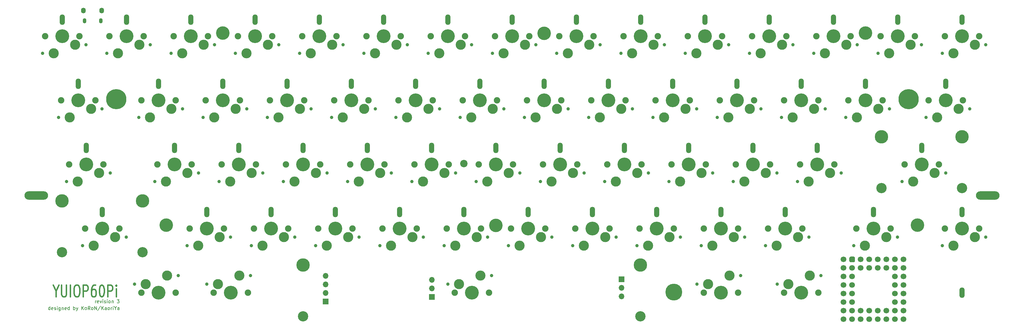
<source format=gbr>
%TF.GenerationSoftware,KiCad,Pcbnew,(5.1.9)-1*%
%TF.CreationDate,2021-11-21T10:50:56+09:00*%
%TF.ProjectId,main3,6d61696e-332e-46b6-9963-61645f706362,2*%
%TF.SameCoordinates,Original*%
%TF.FileFunction,Soldermask,Top*%
%TF.FilePolarity,Negative*%
%FSLAX46Y46*%
G04 Gerber Fmt 4.6, Leading zero omitted, Abs format (unit mm)*
G04 Created by KiCad (PCBNEW (5.1.9)-1) date 2021-11-21 10:50:56*
%MOMM*%
%LPD*%
G01*
G04 APERTURE LIST*
%ADD10C,0.400000*%
%ADD11C,0.150000*%
%ADD12C,3.048000*%
%ADD13C,3.987800*%
%ADD14O,1.700000X1.700000*%
%ADD15R,1.700000X1.700000*%
%ADD16C,1.000000*%
%ADD17C,3.000000*%
%ADD18C,4.100000*%
%ADD19C,1.900000*%
%ADD20C,1.700000*%
%ADD21C,4.000000*%
%ADD22O,7.000000X2.500000*%
%ADD23C,5.000000*%
%ADD24C,2.200000*%
%ADD25C,6.000000*%
%ADD26O,1.500000X3.150000*%
%ADD27O,1.100000X1.500000*%
%ADD28O,1.350000X1.700000*%
G04 APERTURE END LIST*
D10*
X77309523Y-184916666D02*
X77309523Y-186583333D01*
X76476190Y-183083333D02*
X77309523Y-184916666D01*
X78142857Y-183083333D01*
X78976190Y-183083333D02*
X78976190Y-185916666D01*
X79095238Y-186250000D01*
X79214285Y-186416666D01*
X79452380Y-186583333D01*
X79928571Y-186583333D01*
X80166666Y-186416666D01*
X80285714Y-186250000D01*
X80404761Y-185916666D01*
X80404761Y-183083333D01*
X81595238Y-186583333D02*
X81595238Y-183083333D01*
X83261904Y-183083333D02*
X83738095Y-183083333D01*
X83976190Y-183250000D01*
X84214285Y-183583333D01*
X84333333Y-184250000D01*
X84333333Y-185416666D01*
X84214285Y-186083333D01*
X83976190Y-186416666D01*
X83738095Y-186583333D01*
X83261904Y-186583333D01*
X83023809Y-186416666D01*
X82785714Y-186083333D01*
X82666666Y-185416666D01*
X82666666Y-184250000D01*
X82785714Y-183583333D01*
X83023809Y-183250000D01*
X83261904Y-183083333D01*
X85404761Y-186583333D02*
X85404761Y-183083333D01*
X86357142Y-183083333D01*
X86595238Y-183250000D01*
X86714285Y-183416666D01*
X86833333Y-183750000D01*
X86833333Y-184250000D01*
X86714285Y-184583333D01*
X86595238Y-184750000D01*
X86357142Y-184916666D01*
X85404761Y-184916666D01*
X88976190Y-183083333D02*
X88500000Y-183083333D01*
X88261904Y-183250000D01*
X88142857Y-183416666D01*
X87904761Y-183916666D01*
X87785714Y-184583333D01*
X87785714Y-185916666D01*
X87904761Y-186250000D01*
X88023809Y-186416666D01*
X88261904Y-186583333D01*
X88738095Y-186583333D01*
X88976190Y-186416666D01*
X89095238Y-186250000D01*
X89214285Y-185916666D01*
X89214285Y-185083333D01*
X89095238Y-184750000D01*
X88976190Y-184583333D01*
X88738095Y-184416666D01*
X88261904Y-184416666D01*
X88023809Y-184583333D01*
X87904761Y-184750000D01*
X87785714Y-185083333D01*
X90761904Y-183083333D02*
X91000000Y-183083333D01*
X91238095Y-183250000D01*
X91357142Y-183416666D01*
X91476190Y-183750000D01*
X91595238Y-184416666D01*
X91595238Y-185250000D01*
X91476190Y-185916666D01*
X91357142Y-186250000D01*
X91238095Y-186416666D01*
X91000000Y-186583333D01*
X90761904Y-186583333D01*
X90523809Y-186416666D01*
X90404761Y-186250000D01*
X90285714Y-185916666D01*
X90166666Y-185250000D01*
X90166666Y-184416666D01*
X90285714Y-183750000D01*
X90404761Y-183416666D01*
X90523809Y-183250000D01*
X90761904Y-183083333D01*
X92666666Y-186583333D02*
X92666666Y-183083333D01*
X93619047Y-183083333D01*
X93857142Y-183250000D01*
X93976190Y-183416666D01*
X94095238Y-183750000D01*
X94095238Y-184250000D01*
X93976190Y-184583333D01*
X93857142Y-184750000D01*
X93619047Y-184916666D01*
X92666666Y-184916666D01*
X95166666Y-186583333D02*
X95166666Y-184250000D01*
X95166666Y-183083333D02*
X95047619Y-183250000D01*
X95166666Y-183416666D01*
X95285714Y-183250000D01*
X95166666Y-183083333D01*
X95166666Y-183416666D01*
D11*
X75576190Y-190452380D02*
X75576190Y-189452380D01*
X75576190Y-190404761D02*
X75480952Y-190452380D01*
X75290476Y-190452380D01*
X75195238Y-190404761D01*
X75147619Y-190357142D01*
X75100000Y-190261904D01*
X75100000Y-189976190D01*
X75147619Y-189880952D01*
X75195238Y-189833333D01*
X75290476Y-189785714D01*
X75480952Y-189785714D01*
X75576190Y-189833333D01*
X76433333Y-190404761D02*
X76338095Y-190452380D01*
X76147619Y-190452380D01*
X76052380Y-190404761D01*
X76004761Y-190309523D01*
X76004761Y-189928571D01*
X76052380Y-189833333D01*
X76147619Y-189785714D01*
X76338095Y-189785714D01*
X76433333Y-189833333D01*
X76480952Y-189928571D01*
X76480952Y-190023809D01*
X76004761Y-190119047D01*
X76861904Y-190404761D02*
X76957142Y-190452380D01*
X77147619Y-190452380D01*
X77242857Y-190404761D01*
X77290476Y-190309523D01*
X77290476Y-190261904D01*
X77242857Y-190166666D01*
X77147619Y-190119047D01*
X77004761Y-190119047D01*
X76909523Y-190071428D01*
X76861904Y-189976190D01*
X76861904Y-189928571D01*
X76909523Y-189833333D01*
X77004761Y-189785714D01*
X77147619Y-189785714D01*
X77242857Y-189833333D01*
X77719047Y-190452380D02*
X77719047Y-189785714D01*
X77719047Y-189452380D02*
X77671428Y-189500000D01*
X77719047Y-189547619D01*
X77766666Y-189500000D01*
X77719047Y-189452380D01*
X77719047Y-189547619D01*
X78623809Y-189785714D02*
X78623809Y-190595238D01*
X78576190Y-190690476D01*
X78528571Y-190738095D01*
X78433333Y-190785714D01*
X78290476Y-190785714D01*
X78195238Y-190738095D01*
X78623809Y-190404761D02*
X78528571Y-190452380D01*
X78338095Y-190452380D01*
X78242857Y-190404761D01*
X78195238Y-190357142D01*
X78147619Y-190261904D01*
X78147619Y-189976190D01*
X78195238Y-189880952D01*
X78242857Y-189833333D01*
X78338095Y-189785714D01*
X78528571Y-189785714D01*
X78623809Y-189833333D01*
X79100000Y-189785714D02*
X79100000Y-190452380D01*
X79100000Y-189880952D02*
X79147619Y-189833333D01*
X79242857Y-189785714D01*
X79385714Y-189785714D01*
X79480952Y-189833333D01*
X79528571Y-189928571D01*
X79528571Y-190452380D01*
X80385714Y-190404761D02*
X80290476Y-190452380D01*
X80100000Y-190452380D01*
X80004761Y-190404761D01*
X79957142Y-190309523D01*
X79957142Y-189928571D01*
X80004761Y-189833333D01*
X80100000Y-189785714D01*
X80290476Y-189785714D01*
X80385714Y-189833333D01*
X80433333Y-189928571D01*
X80433333Y-190023809D01*
X79957142Y-190119047D01*
X81290476Y-190452380D02*
X81290476Y-189452380D01*
X81290476Y-190404761D02*
X81195238Y-190452380D01*
X81004761Y-190452380D01*
X80909523Y-190404761D01*
X80861904Y-190357142D01*
X80814285Y-190261904D01*
X80814285Y-189976190D01*
X80861904Y-189880952D01*
X80909523Y-189833333D01*
X81004761Y-189785714D01*
X81195238Y-189785714D01*
X81290476Y-189833333D01*
X82528571Y-190452380D02*
X82528571Y-189452380D01*
X82528571Y-189833333D02*
X82623809Y-189785714D01*
X82814285Y-189785714D01*
X82909523Y-189833333D01*
X82957142Y-189880952D01*
X83004761Y-189976190D01*
X83004761Y-190261904D01*
X82957142Y-190357142D01*
X82909523Y-190404761D01*
X82814285Y-190452380D01*
X82623809Y-190452380D01*
X82528571Y-190404761D01*
X83338095Y-189785714D02*
X83576190Y-190452380D01*
X83814285Y-189785714D02*
X83576190Y-190452380D01*
X83480952Y-190690476D01*
X83433333Y-190738095D01*
X83338095Y-190785714D01*
X84957142Y-190452380D02*
X84957142Y-189452380D01*
X85528571Y-190452380D02*
X85100000Y-189880952D01*
X85528571Y-189452380D02*
X84957142Y-190023809D01*
X86100000Y-190452380D02*
X86004761Y-190404761D01*
X85957142Y-190357142D01*
X85909523Y-190261904D01*
X85909523Y-189976190D01*
X85957142Y-189880952D01*
X86004761Y-189833333D01*
X86100000Y-189785714D01*
X86242857Y-189785714D01*
X86338095Y-189833333D01*
X86385714Y-189880952D01*
X86433333Y-189976190D01*
X86433333Y-190261904D01*
X86385714Y-190357142D01*
X86338095Y-190404761D01*
X86242857Y-190452380D01*
X86100000Y-190452380D01*
X87433333Y-190452380D02*
X87100000Y-189976190D01*
X86861904Y-190452380D02*
X86861904Y-189452380D01*
X87242857Y-189452380D01*
X87338095Y-189500000D01*
X87385714Y-189547619D01*
X87433333Y-189642857D01*
X87433333Y-189785714D01*
X87385714Y-189880952D01*
X87338095Y-189928571D01*
X87242857Y-189976190D01*
X86861904Y-189976190D01*
X88004761Y-190452380D02*
X87909523Y-190404761D01*
X87861904Y-190357142D01*
X87814285Y-190261904D01*
X87814285Y-189976190D01*
X87861904Y-189880952D01*
X87909523Y-189833333D01*
X88004761Y-189785714D01*
X88147619Y-189785714D01*
X88242857Y-189833333D01*
X88290476Y-189880952D01*
X88338095Y-189976190D01*
X88338095Y-190261904D01*
X88290476Y-190357142D01*
X88242857Y-190404761D01*
X88147619Y-190452380D01*
X88004761Y-190452380D01*
X88766666Y-190452380D02*
X88766666Y-189452380D01*
X89338095Y-190452380D01*
X89338095Y-189452380D01*
X90528571Y-189404761D02*
X89671428Y-190690476D01*
X90861904Y-190452380D02*
X90861904Y-189452380D01*
X91433333Y-190452380D02*
X91004761Y-189880952D01*
X91433333Y-189452380D02*
X90861904Y-190023809D01*
X92290476Y-190452380D02*
X92290476Y-189928571D01*
X92242857Y-189833333D01*
X92147619Y-189785714D01*
X91957142Y-189785714D01*
X91861904Y-189833333D01*
X92290476Y-190404761D02*
X92195238Y-190452380D01*
X91957142Y-190452380D01*
X91861904Y-190404761D01*
X91814285Y-190309523D01*
X91814285Y-190214285D01*
X91861904Y-190119047D01*
X91957142Y-190071428D01*
X92195238Y-190071428D01*
X92290476Y-190023809D01*
X92909523Y-190452380D02*
X92814285Y-190404761D01*
X92766666Y-190357142D01*
X92719047Y-190261904D01*
X92719047Y-189976190D01*
X92766666Y-189880952D01*
X92814285Y-189833333D01*
X92909523Y-189785714D01*
X93052380Y-189785714D01*
X93147619Y-189833333D01*
X93195238Y-189880952D01*
X93242857Y-189976190D01*
X93242857Y-190261904D01*
X93195238Y-190357142D01*
X93147619Y-190404761D01*
X93052380Y-190452380D01*
X92909523Y-190452380D01*
X93671428Y-190452380D02*
X93671428Y-189785714D01*
X93671428Y-189976190D02*
X93719047Y-189880952D01*
X93766666Y-189833333D01*
X93861904Y-189785714D01*
X93957142Y-189785714D01*
X94290476Y-190452380D02*
X94290476Y-189785714D01*
X94290476Y-189452380D02*
X94242857Y-189500000D01*
X94290476Y-189547619D01*
X94338095Y-189500000D01*
X94290476Y-189452380D01*
X94290476Y-189547619D01*
X94957142Y-189976190D02*
X94957142Y-190452380D01*
X94623809Y-189452380D02*
X94957142Y-189976190D01*
X95290476Y-189452380D01*
X96052380Y-190452380D02*
X96052380Y-189928571D01*
X96004761Y-189833333D01*
X95909523Y-189785714D01*
X95719047Y-189785714D01*
X95623809Y-189833333D01*
X96052380Y-190404761D02*
X95957142Y-190452380D01*
X95719047Y-190452380D01*
X95623809Y-190404761D01*
X95576190Y-190309523D01*
X95576190Y-190214285D01*
X95623809Y-190119047D01*
X95719047Y-190071428D01*
X95957142Y-190071428D01*
X96052380Y-190023809D01*
X88976190Y-188452380D02*
X88976190Y-187785714D01*
X88976190Y-187976190D02*
X89023809Y-187880952D01*
X89071428Y-187833333D01*
X89166666Y-187785714D01*
X89261904Y-187785714D01*
X89976190Y-188404761D02*
X89880952Y-188452380D01*
X89690476Y-188452380D01*
X89595238Y-188404761D01*
X89547619Y-188309523D01*
X89547619Y-187928571D01*
X89595238Y-187833333D01*
X89690476Y-187785714D01*
X89880952Y-187785714D01*
X89976190Y-187833333D01*
X90023809Y-187928571D01*
X90023809Y-188023809D01*
X89547619Y-188119047D01*
X90357142Y-187785714D02*
X90595238Y-188452380D01*
X90833333Y-187785714D01*
X91214285Y-188452380D02*
X91214285Y-187785714D01*
X91214285Y-187452380D02*
X91166666Y-187500000D01*
X91214285Y-187547619D01*
X91261904Y-187500000D01*
X91214285Y-187452380D01*
X91214285Y-187547619D01*
X91642857Y-188404761D02*
X91738095Y-188452380D01*
X91928571Y-188452380D01*
X92023809Y-188404761D01*
X92071428Y-188309523D01*
X92071428Y-188261904D01*
X92023809Y-188166666D01*
X91928571Y-188119047D01*
X91785714Y-188119047D01*
X91690476Y-188071428D01*
X91642857Y-187976190D01*
X91642857Y-187928571D01*
X91690476Y-187833333D01*
X91785714Y-187785714D01*
X91928571Y-187785714D01*
X92023809Y-187833333D01*
X92500000Y-188452380D02*
X92500000Y-187785714D01*
X92500000Y-187452380D02*
X92452380Y-187500000D01*
X92500000Y-187547619D01*
X92547619Y-187500000D01*
X92500000Y-187452380D01*
X92500000Y-187547619D01*
X93119047Y-188452380D02*
X93023809Y-188404761D01*
X92976190Y-188357142D01*
X92928571Y-188261904D01*
X92928571Y-187976190D01*
X92976190Y-187880952D01*
X93023809Y-187833333D01*
X93119047Y-187785714D01*
X93261904Y-187785714D01*
X93357142Y-187833333D01*
X93404761Y-187880952D01*
X93452380Y-187976190D01*
X93452380Y-188261904D01*
X93404761Y-188357142D01*
X93357142Y-188404761D01*
X93261904Y-188452380D01*
X93119047Y-188452380D01*
X93880952Y-187785714D02*
X93880952Y-188452380D01*
X93880952Y-187880952D02*
X93928571Y-187833333D01*
X94023809Y-187785714D01*
X94166666Y-187785714D01*
X94261904Y-187833333D01*
X94309523Y-187928571D01*
X94309523Y-188452380D01*
X95452380Y-187452380D02*
X96071428Y-187452380D01*
X95738095Y-187833333D01*
X95880952Y-187833333D01*
X95976190Y-187880952D01*
X96023809Y-187928571D01*
X96071428Y-188023809D01*
X96071428Y-188261904D01*
X96023809Y-188357142D01*
X95976190Y-188404761D01*
X95880952Y-188452380D01*
X95595238Y-188452380D01*
X95500000Y-188404761D01*
X95452380Y-188357142D01*
D12*
%TO.C,STB1*%
X79118200Y-173345000D03*
D13*
X79118200Y-158105000D03*
X102994200Y-158105000D03*
D12*
X102994200Y-173345000D03*
%TD*%
D14*
%TO.C,J4*%
X245000000Y-186508000D03*
X245000000Y-183968000D03*
D15*
X245000000Y-181428000D03*
%TD*%
D16*
%TO.C,KSW16*%
X78070500Y-133340000D03*
X90997500Y-130800000D03*
D17*
X87722500Y-130800000D03*
X81372500Y-133340000D03*
D18*
X83912500Y-128260000D03*
D19*
X78832500Y-128260000D03*
X88992500Y-128260000D03*
%TD*%
D16*
%TO.C,KSW57*%
X134998840Y-180330320D03*
X122071840Y-182870320D03*
D17*
X125346840Y-182870320D03*
X131696840Y-180330320D03*
D18*
X129156840Y-185410320D03*
D19*
X134236840Y-185410320D03*
X124076840Y-185410320D03*
%TD*%
D16*
%TO.C,KSW36*%
X201896000Y-152390000D03*
X214823000Y-149850000D03*
D17*
X211548000Y-149850000D03*
X205198000Y-152390000D03*
D18*
X207738000Y-147310000D03*
D19*
X202658000Y-147310000D03*
X212818000Y-147310000D03*
%TD*%
D16*
%TO.C,KSW28*%
X311433000Y-133340000D03*
X324360000Y-130800000D03*
D17*
X321085000Y-130800000D03*
X314735000Y-133340000D03*
D18*
X317275000Y-128260000D03*
D19*
X312195000Y-128260000D03*
X322355000Y-128260000D03*
%TD*%
D16*
%TO.C,KSW59*%
X280255280Y-180330160D03*
X267328280Y-182870160D03*
D17*
X270603280Y-182870160D03*
X276953280Y-180330160D03*
D18*
X274413280Y-185410160D03*
D19*
X279493280Y-185410160D03*
X269333280Y-185410160D03*
%TD*%
D15*
%TO.C,J2*%
X157222000Y-188000000D03*
D14*
X157222000Y-185460000D03*
X157222000Y-182920000D03*
X157222000Y-180380000D03*
%TD*%
D20*
%TO.C,U1*%
X310785000Y-175520000D03*
X313325000Y-178060000D03*
X310785000Y-178060000D03*
X313325000Y-180600000D03*
X310785000Y-180600000D03*
X313325000Y-183140000D03*
X310785000Y-183140000D03*
X313325000Y-185680000D03*
X310785000Y-185680000D03*
X313325000Y-188220000D03*
X310785000Y-188220000D03*
X310785000Y-190760000D03*
X310785000Y-193300000D03*
X313325000Y-190760000D03*
X313325000Y-193300000D03*
X315865000Y-190760000D03*
X315865000Y-193300000D03*
X318405000Y-190760000D03*
X318405000Y-193300000D03*
X320945000Y-190760000D03*
X320945000Y-193300000D03*
X323485000Y-190760000D03*
X323485000Y-193300000D03*
X326025000Y-193300000D03*
X328565000Y-193300000D03*
X326025000Y-190760000D03*
X328565000Y-190760000D03*
X326025000Y-188220000D03*
X328565000Y-188220000D03*
X326025000Y-185680000D03*
X328565000Y-185680000D03*
X326025000Y-183140000D03*
X328565000Y-183140000D03*
X326025000Y-180600000D03*
X328565000Y-180600000D03*
X328565000Y-178060000D03*
X328565000Y-175520000D03*
X326025000Y-178060000D03*
X326025000Y-175520000D03*
X323485000Y-178060000D03*
X323485000Y-175520000D03*
X320945000Y-178060000D03*
X320945000Y-175520000D03*
X318405000Y-178060000D03*
X318405000Y-175520000D03*
X315865000Y-178060000D03*
X315865000Y-175520000D03*
G36*
G01*
X312900000Y-174670000D02*
X313750000Y-174670000D01*
G75*
G02*
X314175000Y-175095000I0J-425000D01*
G01*
X314175000Y-175945000D01*
G75*
G02*
X313750000Y-176370000I-425000J0D01*
G01*
X312900000Y-176370000D01*
G75*
G02*
X312475000Y-175945000I0J425000D01*
G01*
X312475000Y-175095000D01*
G75*
G02*
X312900000Y-174670000I425000J0D01*
G01*
G37*
%TD*%
D21*
%TO.C,HOLE12*%
X332650000Y-165300000D03*
%TD*%
%TO.C,HOLE10*%
X110000000Y-165300000D03*
%TD*%
%TO.C,HOLE11*%
X207738000Y-165400000D03*
%TD*%
%TO.C,HOLE9*%
X317275000Y-108300000D03*
%TD*%
%TO.C,HOLE8*%
X222025000Y-108310000D03*
%TD*%
%TO.C,HOLE7*%
X126775000Y-108300000D03*
%TD*%
D22*
%TO.C,HOLE6*%
X353540000Y-156500000D03*
%TD*%
%TO.C,HOLE5*%
X71460000Y-156500000D03*
%TD*%
D23*
%TO.C,HOLE4*%
X260500000Y-185200000D03*
%TD*%
D24*
%TO.C,HOLE3*%
X198200000Y-147000000D03*
%TD*%
D25*
%TO.C,HOLE2*%
X330050000Y-127910000D03*
%TD*%
%TO.C,HOLE1*%
X95200000Y-127900000D03*
%TD*%
D13*
%TO.C,STB2*%
X150594000Y-177155000D03*
D12*
X250594000Y-192395000D03*
D13*
X250594000Y-177155000D03*
D12*
X150594000Y-192395000D03*
%TD*%
%TO.C,STB3*%
X322006000Y-154295000D03*
D13*
X322006000Y-139055000D03*
X345882000Y-139055000D03*
D12*
X345882000Y-154295000D03*
%TD*%
D26*
%TO.C,LED56*%
X345850000Y-104250000D03*
%TD*%
%TO.C,LED55*%
X326800000Y-104250000D03*
%TD*%
%TO.C,LED54*%
X307750000Y-104250000D03*
%TD*%
%TO.C,LED53*%
X288700000Y-104250000D03*
%TD*%
%TO.C,LED52*%
X269650000Y-104250000D03*
%TD*%
%TO.C,LED51*%
X250600000Y-104250000D03*
%TD*%
%TO.C,LED50*%
X231550000Y-104250000D03*
%TD*%
%TO.C,LED49*%
X212500000Y-104250000D03*
%TD*%
%TO.C,LED48*%
X193450000Y-104250000D03*
%TD*%
%TO.C,LED47*%
X174400000Y-104250000D03*
%TD*%
%TO.C,LED46*%
X155350000Y-104250000D03*
%TD*%
%TO.C,LED45*%
X136300000Y-104250000D03*
%TD*%
%TO.C,LED44*%
X117250000Y-104250000D03*
%TD*%
%TO.C,LED43*%
X98200000Y-104250000D03*
%TD*%
%TO.C,LED42*%
X79150000Y-104250000D03*
%TD*%
%TO.C,LED41*%
X83912500Y-123300000D03*
%TD*%
%TO.C,LED40*%
X107725000Y-123300000D03*
%TD*%
%TO.C,LED39*%
X126775000Y-123300000D03*
%TD*%
%TO.C,LED38*%
X145825000Y-123300000D03*
%TD*%
%TO.C,LED37*%
X164875000Y-123300000D03*
%TD*%
%TO.C,LED36*%
X183925000Y-123300000D03*
%TD*%
%TO.C,LED35*%
X202975000Y-123300000D03*
%TD*%
%TO.C,LED34*%
X222025000Y-123300000D03*
%TD*%
%TO.C,LED33*%
X241075000Y-123300000D03*
%TD*%
%TO.C,LED32*%
X260125000Y-123300000D03*
%TD*%
%TO.C,LED31*%
X279175000Y-123300000D03*
%TD*%
%TO.C,LED30*%
X298225000Y-123300000D03*
%TD*%
%TO.C,LED29*%
X317275000Y-123300000D03*
%TD*%
%TO.C,LED28*%
X341088000Y-123300000D03*
%TD*%
%TO.C,LED27*%
X333944000Y-142350000D03*
%TD*%
%TO.C,LED26*%
X302988000Y-142350000D03*
%TD*%
%TO.C,LED25*%
X283938000Y-142350000D03*
%TD*%
%TO.C,LED24*%
X264888000Y-142350000D03*
%TD*%
%TO.C,LED23*%
X245838000Y-142350000D03*
%TD*%
%TO.C,LED22*%
X226788000Y-142350000D03*
%TD*%
%TO.C,LED21*%
X207738000Y-142350000D03*
%TD*%
%TO.C,LED20*%
X188688000Y-142350000D03*
%TD*%
%TO.C,LED19*%
X169638000Y-142350000D03*
%TD*%
%TO.C,LED18*%
X150588000Y-142350000D03*
%TD*%
%TO.C,LED17*%
X131538000Y-142350000D03*
%TD*%
%TO.C,LED16*%
X112488000Y-142350000D03*
%TD*%
%TO.C,LED15*%
X86293800Y-142350000D03*
%TD*%
%TO.C,LED14*%
X91056200Y-161400000D03*
%TD*%
%TO.C,LED13*%
X122012000Y-161400000D03*
%TD*%
%TO.C,LED12*%
X141062000Y-161400000D03*
%TD*%
%TO.C,LED11*%
X160112000Y-161400000D03*
%TD*%
%TO.C,LED10*%
X179162000Y-161400000D03*
%TD*%
%TO.C,LED9*%
X198212000Y-161400000D03*
%TD*%
%TO.C,LED8*%
X217262000Y-161400000D03*
%TD*%
%TO.C,LED7*%
X236312000Y-161400000D03*
%TD*%
%TO.C,LED6*%
X255362000Y-161400000D03*
%TD*%
%TO.C,LED5*%
X274412000Y-161400000D03*
%TD*%
%TO.C,LED4*%
X293462000Y-161400000D03*
%TD*%
%TO.C,LED3*%
X319656000Y-161400000D03*
%TD*%
%TO.C,LED2*%
X345850000Y-161400000D03*
%TD*%
%TO.C,LED1*%
X345851000Y-185410000D03*
%TD*%
D16*
%TO.C,KSW60*%
X304068760Y-180330320D03*
X291141760Y-182870320D03*
D17*
X294416760Y-182870320D03*
X300766760Y-180330320D03*
D18*
X298226760Y-185410320D03*
D19*
X303306760Y-185410320D03*
X293146760Y-185410320D03*
%TD*%
D16*
%TO.C,KSW58*%
X206436440Y-180330320D03*
X193509440Y-182870320D03*
D17*
X196784440Y-182870320D03*
X203134440Y-180330320D03*
D18*
X200594440Y-185410320D03*
D19*
X205674440Y-185410320D03*
X195514440Y-185410320D03*
%TD*%
D16*
%TO.C,KSW56*%
X113567160Y-180330320D03*
X100640160Y-182870320D03*
D17*
X103915160Y-182870320D03*
X110265160Y-180330320D03*
D18*
X107725160Y-185410320D03*
D19*
X112805160Y-185410320D03*
X102645160Y-185410320D03*
%TD*%
D16*
%TO.C,KSW55*%
X340008000Y-171440000D03*
X352935000Y-168900000D03*
D17*
X349660000Y-168900000D03*
X343310000Y-171440000D03*
D18*
X345850000Y-166360000D03*
D19*
X340770000Y-166360000D03*
X350930000Y-166360000D03*
%TD*%
D16*
%TO.C,KSW54*%
X313814000Y-171440000D03*
X326741000Y-168900000D03*
D17*
X323466000Y-168900000D03*
X317116000Y-171440000D03*
D18*
X319656000Y-166360000D03*
D19*
X314576000Y-166360000D03*
X324736000Y-166360000D03*
%TD*%
D16*
%TO.C,KSW53*%
X287620000Y-171440000D03*
X300547000Y-168900000D03*
D17*
X297272000Y-168900000D03*
X290922000Y-171440000D03*
D18*
X293462000Y-166360000D03*
D19*
X288382000Y-166360000D03*
X298542000Y-166360000D03*
%TD*%
D16*
%TO.C,KSW52*%
X268570000Y-171440000D03*
X281497000Y-168900000D03*
D17*
X278222000Y-168900000D03*
X271872000Y-171440000D03*
D18*
X274412000Y-166360000D03*
D19*
X269332000Y-166360000D03*
X279492000Y-166360000D03*
%TD*%
D16*
%TO.C,KSW51*%
X249520000Y-171440000D03*
X262447000Y-168900000D03*
D17*
X259172000Y-168900000D03*
X252822000Y-171440000D03*
D18*
X255362000Y-166360000D03*
D19*
X250282000Y-166360000D03*
X260442000Y-166360000D03*
%TD*%
D16*
%TO.C,KSW50*%
X230470000Y-171440000D03*
X243397000Y-168900000D03*
D17*
X240122000Y-168900000D03*
X233772000Y-171440000D03*
D18*
X236312000Y-166360000D03*
D19*
X231232000Y-166360000D03*
X241392000Y-166360000D03*
%TD*%
D16*
%TO.C,KSW49*%
X211420000Y-171440000D03*
X224347000Y-168900000D03*
D17*
X221072000Y-168900000D03*
X214722000Y-171440000D03*
D18*
X217262000Y-166360000D03*
D19*
X212182000Y-166360000D03*
X222342000Y-166360000D03*
%TD*%
D16*
%TO.C,KSW48*%
X192370000Y-171440000D03*
X205297000Y-168900000D03*
D17*
X202022000Y-168900000D03*
X195672000Y-171440000D03*
D18*
X198212000Y-166360000D03*
D19*
X193132000Y-166360000D03*
X203292000Y-166360000D03*
%TD*%
D16*
%TO.C,KSW47*%
X173320000Y-171440000D03*
X186247000Y-168900000D03*
D17*
X182972000Y-168900000D03*
X176622000Y-171440000D03*
D18*
X179162000Y-166360000D03*
D19*
X174082000Y-166360000D03*
X184242000Y-166360000D03*
%TD*%
D16*
%TO.C,KSW46*%
X154270000Y-171440000D03*
X167197000Y-168900000D03*
D17*
X163922000Y-168900000D03*
X157572000Y-171440000D03*
D18*
X160112000Y-166360000D03*
D19*
X155032000Y-166360000D03*
X165192000Y-166360000D03*
%TD*%
D16*
%TO.C,KSW45*%
X135220000Y-171440000D03*
X148147000Y-168900000D03*
D17*
X144872000Y-168900000D03*
X138522000Y-171440000D03*
D18*
X141062000Y-166360000D03*
D19*
X135982000Y-166360000D03*
X146142000Y-166360000D03*
%TD*%
D16*
%TO.C,KSW44*%
X116170000Y-171440000D03*
X129097000Y-168900000D03*
D17*
X125822000Y-168900000D03*
X119472000Y-171440000D03*
D18*
X122012000Y-166360000D03*
D19*
X116932000Y-166360000D03*
X127092000Y-166360000D03*
%TD*%
D16*
%TO.C,KSW43*%
X85214200Y-171440000D03*
X98141200Y-168900000D03*
D17*
X94866200Y-168900000D03*
X88516200Y-171440000D03*
D18*
X91056200Y-166360000D03*
D19*
X85976200Y-166360000D03*
X96136200Y-166360000D03*
%TD*%
D16*
%TO.C,KSW42*%
X328102000Y-152390000D03*
X341029000Y-149850000D03*
D17*
X337754000Y-149850000D03*
X331404000Y-152390000D03*
D18*
X333944000Y-147310000D03*
D19*
X328864000Y-147310000D03*
X339024000Y-147310000D03*
%TD*%
D16*
%TO.C,KSW41*%
X297146000Y-152390000D03*
X310073000Y-149850000D03*
D17*
X306798000Y-149850000D03*
X300448000Y-152390000D03*
D18*
X302988000Y-147310000D03*
D19*
X297908000Y-147310000D03*
X308068000Y-147310000D03*
%TD*%
D16*
%TO.C,KSW40*%
X278096000Y-152390000D03*
X291023000Y-149850000D03*
D17*
X287748000Y-149850000D03*
X281398000Y-152390000D03*
D18*
X283938000Y-147310000D03*
D19*
X278858000Y-147310000D03*
X289018000Y-147310000D03*
%TD*%
D16*
%TO.C,KSW39*%
X259046000Y-152390000D03*
X271973000Y-149850000D03*
D17*
X268698000Y-149850000D03*
X262348000Y-152390000D03*
D18*
X264888000Y-147310000D03*
D19*
X259808000Y-147310000D03*
X269968000Y-147310000D03*
%TD*%
D16*
%TO.C,KSW38*%
X239996000Y-152390000D03*
X252923000Y-149850000D03*
D17*
X249648000Y-149850000D03*
X243298000Y-152390000D03*
D18*
X245838000Y-147310000D03*
D19*
X240758000Y-147310000D03*
X250918000Y-147310000D03*
%TD*%
D16*
%TO.C,KSW37*%
X220946000Y-152390000D03*
X233873000Y-149850000D03*
D17*
X230598000Y-149850000D03*
X224248000Y-152390000D03*
D18*
X226788000Y-147310000D03*
D19*
X221708000Y-147310000D03*
X231868000Y-147310000D03*
%TD*%
D16*
%TO.C,KSW35*%
X182846000Y-152390000D03*
X195773000Y-149850000D03*
D17*
X192498000Y-149850000D03*
X186148000Y-152390000D03*
D18*
X188688000Y-147310000D03*
D19*
X183608000Y-147310000D03*
X193768000Y-147310000D03*
%TD*%
D16*
%TO.C,KSW34*%
X163796000Y-152390000D03*
X176723000Y-149850000D03*
D17*
X173448000Y-149850000D03*
X167098000Y-152390000D03*
D18*
X169638000Y-147310000D03*
D19*
X164558000Y-147310000D03*
X174718000Y-147310000D03*
%TD*%
D16*
%TO.C,KSW33*%
X144746000Y-152390000D03*
X157673000Y-149850000D03*
D17*
X154398000Y-149850000D03*
X148048000Y-152390000D03*
D18*
X150588000Y-147310000D03*
D19*
X145508000Y-147310000D03*
X155668000Y-147310000D03*
%TD*%
D16*
%TO.C,KSW32*%
X125696000Y-152390000D03*
X138623000Y-149850000D03*
D17*
X135348000Y-149850000D03*
X128998000Y-152390000D03*
D18*
X131538000Y-147310000D03*
D19*
X126458000Y-147310000D03*
X136618000Y-147310000D03*
%TD*%
D16*
%TO.C,KSW31*%
X106646000Y-152390000D03*
X119573000Y-149850000D03*
D17*
X116298000Y-149850000D03*
X109948000Y-152390000D03*
D18*
X112488000Y-147310000D03*
D19*
X107408000Y-147310000D03*
X117568000Y-147310000D03*
%TD*%
D16*
%TO.C,KSW30*%
X80451800Y-152390000D03*
X93378800Y-149850000D03*
D17*
X90103800Y-149850000D03*
X83753800Y-152390000D03*
D18*
X86293800Y-147310000D03*
D19*
X81213800Y-147310000D03*
X91373800Y-147310000D03*
%TD*%
D16*
%TO.C,KSW29*%
X335246000Y-133340000D03*
X348173000Y-130800000D03*
D17*
X344898000Y-130800000D03*
X338548000Y-133340000D03*
D18*
X341088000Y-128260000D03*
D19*
X336008000Y-128260000D03*
X346168000Y-128260000D03*
%TD*%
D16*
%TO.C,KSW27*%
X292383000Y-133340000D03*
X305310000Y-130800000D03*
D17*
X302035000Y-130800000D03*
X295685000Y-133340000D03*
D18*
X298225000Y-128260000D03*
D19*
X293145000Y-128260000D03*
X303305000Y-128260000D03*
%TD*%
D16*
%TO.C,KSW26*%
X273333000Y-133340000D03*
X286260000Y-130800000D03*
D17*
X282985000Y-130800000D03*
X276635000Y-133340000D03*
D18*
X279175000Y-128260000D03*
D19*
X274095000Y-128260000D03*
X284255000Y-128260000D03*
%TD*%
D16*
%TO.C,KSW25*%
X254283000Y-133340000D03*
X267210000Y-130800000D03*
D17*
X263935000Y-130800000D03*
X257585000Y-133340000D03*
D18*
X260125000Y-128260000D03*
D19*
X255045000Y-128260000D03*
X265205000Y-128260000D03*
%TD*%
D16*
%TO.C,KSW24*%
X235233000Y-133340000D03*
X248160000Y-130800000D03*
D17*
X244885000Y-130800000D03*
X238535000Y-133340000D03*
D18*
X241075000Y-128260000D03*
D19*
X235995000Y-128260000D03*
X246155000Y-128260000D03*
%TD*%
D16*
%TO.C,KSW23*%
X216183000Y-133340000D03*
X229110000Y-130800000D03*
D17*
X225835000Y-130800000D03*
X219485000Y-133340000D03*
D18*
X222025000Y-128260000D03*
D19*
X216945000Y-128260000D03*
X227105000Y-128260000D03*
%TD*%
D16*
%TO.C,KSW22*%
X197133000Y-133340000D03*
X210060000Y-130800000D03*
D17*
X206785000Y-130800000D03*
X200435000Y-133340000D03*
D18*
X202975000Y-128260000D03*
D19*
X197895000Y-128260000D03*
X208055000Y-128260000D03*
%TD*%
D16*
%TO.C,KSW21*%
X178083000Y-133340000D03*
X191010000Y-130800000D03*
D17*
X187735000Y-130800000D03*
X181385000Y-133340000D03*
D18*
X183925000Y-128260000D03*
D19*
X178845000Y-128260000D03*
X189005000Y-128260000D03*
%TD*%
D16*
%TO.C,KSW20*%
X159033000Y-133340000D03*
X171960000Y-130800000D03*
D17*
X168685000Y-130800000D03*
X162335000Y-133340000D03*
D18*
X164875000Y-128260000D03*
D19*
X159795000Y-128260000D03*
X169955000Y-128260000D03*
%TD*%
D16*
%TO.C,KSW19*%
X139983000Y-133340000D03*
X152910000Y-130800000D03*
D17*
X149635000Y-130800000D03*
X143285000Y-133340000D03*
D18*
X145825000Y-128260000D03*
D19*
X140745000Y-128260000D03*
X150905000Y-128260000D03*
%TD*%
D16*
%TO.C,KSW18*%
X120933000Y-133340000D03*
X133860000Y-130800000D03*
D17*
X130585000Y-130800000D03*
X124235000Y-133340000D03*
D18*
X126775000Y-128260000D03*
D19*
X121695000Y-128260000D03*
X131855000Y-128260000D03*
%TD*%
D16*
%TO.C,KSW17*%
X101883000Y-133340000D03*
X114810000Y-130800000D03*
D17*
X111535000Y-130800000D03*
X105185000Y-133340000D03*
D18*
X107725000Y-128260000D03*
D19*
X102645000Y-128260000D03*
X112805000Y-128260000D03*
%TD*%
D16*
%TO.C,KSW15*%
X340008000Y-114290000D03*
X352935000Y-111750000D03*
D17*
X349660000Y-111750000D03*
X343310000Y-114290000D03*
D18*
X345850000Y-109210000D03*
D19*
X340770000Y-109210000D03*
X350930000Y-109210000D03*
%TD*%
D16*
%TO.C,KSW14*%
X320958000Y-114290000D03*
X333885000Y-111750000D03*
D17*
X330610000Y-111750000D03*
X324260000Y-114290000D03*
D18*
X326800000Y-109210000D03*
D19*
X321720000Y-109210000D03*
X331880000Y-109210000D03*
%TD*%
D16*
%TO.C,KSW13*%
X301908000Y-114290000D03*
X314835000Y-111750000D03*
D17*
X311560000Y-111750000D03*
X305210000Y-114290000D03*
D18*
X307750000Y-109210000D03*
D19*
X302670000Y-109210000D03*
X312830000Y-109210000D03*
%TD*%
D16*
%TO.C,KSW12*%
X282858000Y-114290000D03*
X295785000Y-111750000D03*
D17*
X292510000Y-111750000D03*
X286160000Y-114290000D03*
D18*
X288700000Y-109210000D03*
D19*
X283620000Y-109210000D03*
X293780000Y-109210000D03*
%TD*%
D16*
%TO.C,KSW11*%
X263808000Y-114290000D03*
X276735000Y-111750000D03*
D17*
X273460000Y-111750000D03*
X267110000Y-114290000D03*
D18*
X269650000Y-109210000D03*
D19*
X264570000Y-109210000D03*
X274730000Y-109210000D03*
%TD*%
D16*
%TO.C,KSW10*%
X244758000Y-114290000D03*
X257685000Y-111750000D03*
D17*
X254410000Y-111750000D03*
X248060000Y-114290000D03*
D18*
X250600000Y-109210000D03*
D19*
X245520000Y-109210000D03*
X255680000Y-109210000D03*
%TD*%
D16*
%TO.C,KSW9*%
X225708000Y-114290000D03*
X238635000Y-111750000D03*
D17*
X235360000Y-111750000D03*
X229010000Y-114290000D03*
D18*
X231550000Y-109210000D03*
D19*
X226470000Y-109210000D03*
X236630000Y-109210000D03*
%TD*%
D16*
%TO.C,KSW8*%
X206658000Y-114290000D03*
X219585000Y-111750000D03*
D17*
X216310000Y-111750000D03*
X209960000Y-114290000D03*
D18*
X212500000Y-109210000D03*
D19*
X207420000Y-109210000D03*
X217580000Y-109210000D03*
%TD*%
D16*
%TO.C,KSW7*%
X187608000Y-114290000D03*
X200535000Y-111750000D03*
D17*
X197260000Y-111750000D03*
X190910000Y-114290000D03*
D18*
X193450000Y-109210000D03*
D19*
X188370000Y-109210000D03*
X198530000Y-109210000D03*
%TD*%
D16*
%TO.C,KSW6*%
X168558000Y-114290000D03*
X181485000Y-111750000D03*
D17*
X178210000Y-111750000D03*
X171860000Y-114290000D03*
D18*
X174400000Y-109210000D03*
D19*
X169320000Y-109210000D03*
X179480000Y-109210000D03*
%TD*%
D16*
%TO.C,KSW5*%
X149508000Y-114290000D03*
X162435000Y-111750000D03*
D17*
X159160000Y-111750000D03*
X152810000Y-114290000D03*
D18*
X155350000Y-109210000D03*
D19*
X150270000Y-109210000D03*
X160430000Y-109210000D03*
%TD*%
D16*
%TO.C,KSW4*%
X130458000Y-114290000D03*
X143385000Y-111750000D03*
D17*
X140110000Y-111750000D03*
X133760000Y-114290000D03*
D18*
X136300000Y-109210000D03*
D19*
X131220000Y-109210000D03*
X141380000Y-109210000D03*
%TD*%
D16*
%TO.C,KSW3*%
X111408000Y-114290000D03*
X124335000Y-111750000D03*
D17*
X121060000Y-111750000D03*
X114710000Y-114290000D03*
D18*
X117250000Y-109210000D03*
D19*
X112170000Y-109210000D03*
X122330000Y-109210000D03*
%TD*%
D16*
%TO.C,KSW2*%
X92358000Y-114290000D03*
X105285000Y-111750000D03*
D17*
X102010000Y-111750000D03*
X95660000Y-114290000D03*
D18*
X98200000Y-109210000D03*
D19*
X93120000Y-109210000D03*
X103280000Y-109210000D03*
%TD*%
D16*
%TO.C,KSW1*%
X73308000Y-114290000D03*
X86235000Y-111750000D03*
D17*
X82960000Y-111750000D03*
X76610000Y-114290000D03*
D18*
X79150000Y-109210000D03*
D19*
X74070000Y-109210000D03*
X84230000Y-109210000D03*
%TD*%
D15*
%TO.C,J3*%
X188716000Y-186664000D03*
D14*
X188716000Y-184124000D03*
X188716000Y-181584000D03*
%TD*%
D27*
%TO.C,J1*%
X85755000Y-104585000D03*
X90595000Y-104585000D03*
D28*
X85445000Y-101585000D03*
X90905000Y-101585000D03*
%TD*%
M02*

</source>
